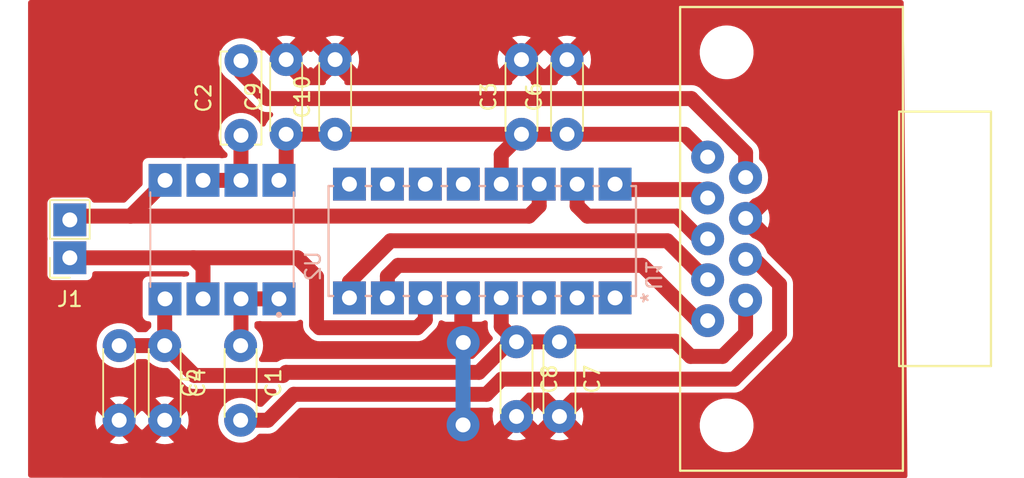
<source format=kicad_pcb>
(kicad_pcb (version 20221018) (generator pcbnew)
  (layers (0 "F.Cu" signal) (31 "B.Cu" signal) (35 "F.Paste" user) (37 "F.SilkS" user "F.Silkscreen") (39 "F.Mask" user) (44 "Edge.Cuts" user))
  (net 0 "")
  (net 1 "/DigiSelect1")
  (net 2 "GND")
  (net 4 "/DigiSelect2")
  (net 5 "/+12V")
  (net 6 "/-12V")
  (net 7 "/CURR_CH1")
  (net 8 "/CURR_CH2")
  (net 9 "/ADC_CH1")
  (net 10 "/ADC_CH2")
  (net 11 "/CH1")
  (net 12 "/CH2")
  (net 13 "/CH1_Feedback")
  (net 14 "/CH2_Feedback")
  (footprint "Connector_PinSocket_2.54mm:PinSocket_1x02_P2.54mm_Vertical" (layer "F.Cu") (at 2.794 17.272 180)
    (fp_text reference "J1" (at 0 -2.77) (layer "F.SilkS"))
    (fp_text value "Conn_01x02")
    (fp_line (start -1.33 1.27) (end -1.33 3.87) (stroke (width 0.12)) (layer "F.SilkS"))
    (fp_line (start -1.33 1.27) (end 1.33 1.27) (stroke (width 0.12)) (layer "F.SilkS"))
    (fp_line (start -1.33 3.87) (end 1.33 3.87) (stroke (width 0.12)) (layer "F.SilkS"))
    (fp_line (start 0 -1.33) (end 1.33 -1.33) (stroke (width 0.12)) (layer "F.SilkS"))
    (fp_line (start 1.33 -1.33) (end 1.33 0) (stroke (width 0.12)) (layer "F.SilkS"))
    (fp_line (start 1.33 1.27) (end 1.33 3.87) (stroke (width 0.12)) (layer "F.SilkS"))
    (pad "1" thru_hole rect (at 0 0 180) (size 2.2 2.2) (drill 1) (layers "*.Cu" "*.Mask") (net 12 "/CH2"))
    (pad "2" thru_hole rect (at 0 2.54 180) (size 2.2 2.2) (drill 1) (layers "*.Cu" "*.Mask") (net 11 "/CH1"))
  )
  (footprint "Capacitor_THT:C_Disc_D4.3mm_W1.9mm_P5.00mm" (layer "F.Cu") (at 20.5486 8.9916 90)
    (fp_text reference "C10" (at 2.5 -2.2 90) (layer "F.SilkS"))
    (fp_text value "C")
    (fp_line (start 0.23 -1.07) (end 0.23 -1.055) (stroke (width 0.12)) (layer "F.SilkS"))
    (fp_line (start 0.23 -1.07) (end 4.77 -1.07) (stroke (width 0.12)) (layer "F.SilkS"))
    (fp_line (start 0.23 1.055) (end 0.23 1.07) (stroke (width 0.12)) (layer "F.SilkS"))
    (fp_line (start 0.23 1.07) (end 4.77 1.07) (stroke (width 0.12)) (layer "F.SilkS"))
    (fp_line (start 4.77 -1.07) (end 4.77 -1.055) (stroke (width 0.12)) (layer "F.SilkS"))
    (fp_line (start 4.77 1.055) (end 4.77 1.07) (stroke (width 0.12)) (layer "F.SilkS"))
    (pad "1" thru_hole circle (at 0 0 90) (size 2.2 2.2) (drill 1) (layers "*.Cu" "*.Mask") (net 5 "/+12V"))
    (pad "2" thru_hole circle (at 5 0 90) (size 2.2 2.2) (drill 1) (layers "*.Cu" "*.Mask") (net 2 "GND"))
  )
  (footprint "Capacitor_THT:C_Disc_D4.3mm_W1.9mm_P5.00mm" (layer "F.Cu") (at 6.096 23.154 -90)
    (fp_text reference "C5" (at 2.5 -4.716 -90) (layer "F.SilkS"))
    (fp_text value "C_Polarized")
    (fp_line (start 0.23 -1.07) (end 0.23 -1.055) (stroke (width 0.12)) (layer "F.SilkS"))
    (fp_line (start 0.23 -1.07) (end 4.77 -1.07) (stroke (width 0.12)) (layer "F.SilkS"))
    (fp_line (start 0.23 1.055) (end 0.23 1.07) (stroke (width 0.12)) (layer "F.SilkS"))
    (fp_line (start 0.23 1.07) (end 4.77 1.07) (stroke (width 0.12)) (layer "F.SilkS"))
    (fp_line (start 4.77 -1.07) (end 4.77 -1.055) (stroke (width 0.12)) (layer "F.SilkS"))
    (fp_line (start 4.77 1.055) (end 4.77 1.07) (stroke (width 0.12)) (layer "F.SilkS"))
    (pad "1" thru_hole circle (at 0 0 270) (size 2.2 2.2) (drill 1) (layers "*.Cu" "*.Mask") (net 6 "/-12V"))
    (pad "2" thru_hole circle (at 5 0 270) (size 2.2 2.2) (drill 1) (layers "*.Cu" "*.Mask") (net 2 "GND"))
  )
  (footprint "Capacitor_THT:C_Disc_D4.3mm_W1.9mm_P5.00mm" (layer "F.Cu") (at 17.272 8.9916 90)
    (fp_text reference "C9" (at 2.5 -2.2 90) (layer "F.SilkS"))
    (fp_text value "C_Polarized")
    (fp_line (start 0.23 -1.07) (end 0.23 -1.055) (stroke (width 0.12)) (layer "F.SilkS"))
    (fp_line (start 0.23 -1.07) (end 4.77 -1.07) (stroke (width 0.12)) (layer "F.SilkS"))
    (fp_line (start 0.23 1.055) (end 0.23 1.07) (stroke (width 0.12)) (layer "F.SilkS"))
    (fp_line (start 0.23 1.07) (end 4.77 1.07) (stroke (width 0.12)) (layer "F.SilkS"))
    (fp_line (start 4.77 -1.07) (end 4.77 -1.055) (stroke (width 0.12)) (layer "F.SilkS"))
    (fp_line (start 4.77 1.055) (end 4.77 1.07) (stroke (width 0.12)) (layer "F.SilkS"))
    (pad "1" thru_hole circle (at 0 0 90) (size 2.2 2.2) (drill 1) (layers "*.Cu" "*.Mask") (net 5 "/+12V"))
    (pad "2" thru_hole circle (at 5 0 90) (size 2.2 2.2) (drill 1) (layers "*.Cu" "*.Mask") (net 2 "GND"))
  )
  (footprint "Capacitor_THT:C_Disc_D4.3mm_W1.9mm_P5.00mm" (layer "F.Cu") (at 35.56 22.9 -90)
    (fp_text reference "C7" (at 2.5 -2.2 90) (layer "F.SilkS"))
    (fp_text value "C_Polarized" hide)
    (fp_line (start 0.23 -1.07) (end 0.23 -1.055) (stroke (width 0.12)) (layer "F.SilkS"))
    (fp_line (start 0.23 -1.07) (end 4.77 -1.07) (stroke (width 0.12)) (layer "F.SilkS"))
    (fp_line (start 0.23 1.055) (end 0.23 1.07) (stroke (width 0.12)) (layer "F.SilkS"))
    (fp_line (start 0.23 1.07) (end 4.77 1.07) (stroke (width 0.12)) (layer "F.SilkS"))
    (fp_line (start 4.77 -1.07) (end 4.77 -1.055) (stroke (width 0.12)) (layer "F.SilkS"))
    (fp_line (start 4.77 1.055) (end 4.77 1.07) (stroke (width 0.12)) (layer "F.SilkS"))
    (pad "1" thru_hole circle (at 0 0 270) (size 2.2 2.2) (drill 1) (layers "*.Cu" "*.Mask") (net 6 "/-12V"))
    (pad "2" thru_hole circle (at 5 0 270) (size 2.2 2.2) (drill 1) (layers "*.Cu" "*.Mask") (net 2 "GND"))
  )
  (footprint "Capacitor_THT:C_Disc_D4.3mm_W1.9mm_P5.00mm" (layer "F.Cu") (at 14.224 23.154 -90)
    (fp_text reference "C1" (at 2.5 -2.2 90) (layer "F.SilkS"))
    (fp_text value "C")
    (fp_line (start 0.23 -1.07) (end 0.23 -1.055) (stroke (width 0.12)) (layer "F.SilkS"))
    (fp_line (start 0.23 -1.07) (end 4.77 -1.07) (stroke (width 0.12)) (layer "F.SilkS"))
    (fp_line (start 0.23 1.055) (end 0.23 1.07) (stroke (width 0.12)) (layer "F.SilkS"))
    (fp_line (start 0.23 1.07) (end 4.77 1.07) (stroke (width 0.12)) (layer "F.SilkS"))
    (fp_line (start 4.77 -1.07) (end 4.77 -1.055) (stroke (width 0.12)) (layer "F.SilkS"))
    (fp_line (start 4.77 1.055) (end 4.77 1.07) (stroke (width 0.12)) (layer "F.SilkS"))
    (pad "1" thru_hole circle (at 0 0 270) (size 2.2 2.2) (drill 1) (layers "*.Cu" "*.Mask") (net 14 "/CH2_Feedback"))
    (pad "2" thru_hole circle (at 5 0 270) (size 2.2 2.2) (drill 1) (layers "*.Cu" "*.Mask") (net 10 "/ADC_CH2"))
  )
  (footprint "Capacitor_THT:C_Disc_D4.3mm_W1.9mm_P5.00mm" (layer "F.Cu") (at 9.144 23.154 -90)
    (fp_text reference "C4" (at 2.5 -2.2 90) (layer "F.SilkS"))
    (fp_text value "C")
    (fp_line (start 0.23 -1.07) (end 0.23 -1.055) (stroke (width 0.12)) (layer "F.SilkS"))
    (fp_line (start 0.23 -1.07) (end 4.77 -1.07) (stroke (width 0.12)) (layer "F.SilkS"))
    (fp_line (start 0.23 1.055) (end 0.23 1.07) (stroke (width 0.12)) (layer "F.SilkS"))
    (fp_line (start 0.23 1.07) (end 4.77 1.07) (stroke (width 0.12)) (layer "F.SilkS"))
    (fp_line (start 4.77 -1.07) (end 4.77 -1.055) (stroke (width 0.12)) (layer "F.SilkS"))
    (fp_line (start 4.77 1.055) (end 4.77 1.07) (stroke (width 0.12)) (layer "F.SilkS"))
    (pad "1" thru_hole circle (at 0 0 270) (size 2.2 2.2) (drill 1) (layers "*.Cu" "*.Mask") (net 6 "/-12V"))
    (pad "2" thru_hole circle (at 5 0 270) (size 2.2 2.2) (drill 1) (layers "*.Cu" "*.Mask") (net 2 "GND"))
  )
  (footprint "Capacitor_THT:C_Disc_D6.0mm_W2.5mm_P5.00mm" (layer "F.Cu") (at 14.2494 9.0678 90)
    (fp_text reference "C2" (at 2.5 -2.5 90) (layer "F.SilkS"))
    (fp_text value "C")
    (fp_line (start -0.62 -1.37) (end -0.62 -0.925) (stroke (width 0.12)) (layer "F.SilkS"))
    (fp_line (start -0.62 -1.37) (end 5.62 -1.37) (stroke (width 0.12)) (layer "F.SilkS"))
    (fp_line (start -0.62 0.925) (end -0.62 1.37) (stroke (width 0.12)) (layer "F.SilkS"))
    (fp_line (start -0.62 1.37) (end 5.62 1.37) (stroke (width 0.12)) (layer "F.SilkS"))
    (fp_line (start 5.62 -1.37) (end 5.62 -0.925) (stroke (width 0.12)) (layer "F.SilkS"))
    (fp_line (start 5.62 0.925) (end 5.62 1.37) (stroke (width 0.12)) (layer "F.SilkS"))
    (pad "1" thru_hole circle (at 0 0 90) (size 2.2 2.2) (drill 1) (layers "*.Cu" "*.Mask") (net 13 "/CH1_Feedback"))
    (pad "2" thru_hole circle (at 5 0 90) (size 2.2 2.2) (drill 1) (layers "*.Cu" "*.Mask") (net 9 "/ADC_CH1"))
  )
  (footprint "Capacitor_THT:C_Disc_D4.3mm_W1.9mm_P5.00mm" (layer "F.Cu") (at 33.02 8.994 90)
    (fp_text reference "C3" (at 2.5 -2.2 90) (layer "F.SilkS"))
    (fp_text value "C")
    (fp_line (start 0.23 -1.07) (end 0.23 -1.055) (stroke (width 0.12)) (layer "F.SilkS"))
    (fp_line (start 0.23 -1.07) (end 4.77 -1.07) (stroke (width 0.12)) (layer "F.SilkS"))
    (fp_line (start 0.23 1.055) (end 0.23 1.07) (stroke (width 0.12)) (layer "F.SilkS"))
    (fp_line (start 0.23 1.07) (end 4.77 1.07) (stroke (width 0.12)) (layer "F.SilkS"))
    (fp_line (start 4.77 -1.07) (end 4.77 -1.055) (stroke (width 0.12)) (layer "F.SilkS"))
    (fp_line (start 4.77 1.055) (end 4.77 1.07) (stroke (width 0.12)) (layer "F.SilkS"))
    (pad "1" thru_hole circle (at 0 0 90) (size 2.2 2.2) (drill 1) (layers "*.Cu" "*.Mask") (net 5 "/+12V"))
    (pad "2" thru_hole circle (at 5 0 90) (size 2.2 2.2) (drill 1) (layers "*.Cu" "*.Mask") (net 2 "GND"))
  )
  (footprint "Capacitor_THT:C_Disc_D4.3mm_W1.9mm_P5.00mm" (layer "F.Cu") (at 36.068 8.994 90)
    (fp_text reference "C6" (at 2.5 -2.2 90) (layer "F.SilkS"))
    (fp_text value "C_Polarized")
    (fp_line (start 0.23 -1.07) (end 0.23 -1.055) (stroke (width 0.12)) (layer "F.SilkS"))
    (fp_line (start 0.23 -1.07) (end 4.77 -1.07) (stroke (width 0.12)) (layer "F.SilkS"))
    (fp_line (start 0.23 1.055) (end 0.23 1.07) (stroke (width 0.12)) (layer "F.SilkS"))
    (fp_line (start 0.23 1.07) (end 4.77 1.07) (stroke (width 0.12)) (layer "F.SilkS"))
    (fp_line (start 4.77 -1.07) (end 4.77 -1.055) (stroke (width 0.12)) (layer "F.SilkS"))
    (fp_line (start 4.77 1.055) (end 4.77 1.07) (stroke (width 0.12)) (layer "F.SilkS"))
    (pad "1" thru_hole circle (at 0 0 90) (size 2.2 2.2) (drill 1) (layers "*.Cu" "*.Mask") (net 5 "/+12V"))
    (pad "2" thru_hole circle (at 5 0 90) (size 2.2 2.2) (drill 1) (layers "*.Cu" "*.Mask") (net 2 "GND"))
  )
  (footprint "DB-9_Female:DB-9_Female" (layer "F.Cu") (at 58.42 16.002 -90)
    (fp_text reference "J2" hide)
    (fp_text value "DB-9_Female")
    (fp_line (start -15.5321 -0.127) (end -15.5321 14.7828) (stroke (width 0.1524)) (layer "F.SilkS"))
    (fp_line (start -15.5321 14.7828) (end 15.5321 14.7828) (stroke (width 0.1524)) (layer "F.SilkS"))
    (fp_line (start -8.5217 -6.0198) (end -8.5217 0.127) (stroke (width 0.1524)) (layer "F.SilkS"))
    (fp_line (start -8.5217 0.127) (end 8.5217 0.127) (stroke (width 0.1524)) (layer "F.SilkS"))
    (fp_line (start 8.5217 -6.0198) (end -8.5217 -6.0198) (stroke (width 0.1524)) (layer "F.SilkS"))
    (fp_line (start 8.5217 0.127) (end 8.5217 -6.0198) (stroke (width 0.1524)) (layer "F.SilkS"))
    (fp_line (start 15.5321 -0.127) (end -15.5321 -0.127) (stroke (width 0.1524)) (layer "F.SilkS"))
    (fp_line (start 15.5321 14.7828) (end 15.5321 -0.127) (stroke (width 0.1524)) (layer "F.SilkS"))
    (pad "" np_thru_hole circle (at -12.495 11.669999 270) (size 3.0988 3.0988) (drill 3.0988) (layers "*.Cu" "*.Mask"))
    (pad "" np_thru_hole circle (at 12.495 11.669999 270) (size 3.0988 3.0988) (drill 3.0988) (layers "*.Cu" "*.Mask"))
    (pad "1" thru_hole circle (at 5.479999 12.94 270) (size 2.2 2.2) (drill 1) (layers "*.Cu" "*.Mask") (net 8 "/CURR_CH2"))
    (pad "2" thru_hole circle (at 2.74 12.94 270) (size 2.2 2.2) (drill 1) (layers "*.Cu" "*.Mask") (net 4 "/DigiSelect2"))
    (pad "3" thru_hole circle (at 0 12.94 270) (size 2.2 2.2) (drill 1) (layers "*.Cu" "*.Mask") (net 7 "/CURR_CH1"))
    (pad "4" thru_hole circle (at -2.74 12.94 270) (size 2.2 2.2) (drill 1) (layers "*.Cu" "*.Mask") (net 1 "/DigiSelect1"))
    (pad "5" thru_hole circle (at -5.479999 12.94 270) (size 2.2 2.2) (drill 1) (layers "*.Cu" "*.Mask") (net 5 "/+12V"))
    (pad "6" thru_hole circle (at 4.109999 10.4 270) (size 2.2 2.2) (drill 1) (layers "*.Cu" "*.Mask") (net 6 "/-12V"))
    (pad "7" thru_hole circle (at 1.37 10.4 270) (size 2.2 2.2) (drill 1) (layers "*.Cu" "*.Mask") (net 10 "/ADC_CH2"))
    (pad "8" thru_hole circle (at -1.37 10.4 270) (size 2.2 2.2) (drill 1) (layers "*.Cu" "*.Mask") (net 2 "GND"))
    (pad "9" thru_hole circle (at -4.109999 10.4 270) (size 2.2 2.2) (drill 1) (layers "*.Cu" "*.Mask") (net 9 "/ADC_CH1"))
  )
  (footprint "Capacitor_THT:C_Disc_D4.3mm_W1.9mm_P5.00mm" (layer "F.Cu") (at 32.68775 22.9 -90)
    (fp_text reference "C8" (at 2.5 -2.2 90) (layer "F.SilkS"))
    (fp_text value "C")
    (fp_line (start 0.23 -1.07) (end 0.23 -1.055) (stroke (width 0.12)) (layer "F.SilkS"))
    (fp_line (start 0.23 -1.07) (end 4.77 -1.07) (stroke (width 0.12)) (layer "F.SilkS"))
    (fp_line (start 0.23 1.055) (end 0.23 1.07) (stroke (width 0.12)) (layer "F.SilkS"))
    (fp_line (start 0.23 1.07) (end 4.77 1.07) (stroke (width 0.12)) (layer "F.SilkS"))
    (fp_line (start 4.77 -1.07) (end 4.77 -1.055) (stroke (width 0.12)) (layer "F.SilkS"))
    (fp_line (start 4.77 1.055) (end 4.77 1.07) (stroke (width 0.12)) (layer "F.SilkS"))
    (pad "1" thru_hole circle (at 0 0 270) (size 2.2 2.2) (drill 1) (layers "*.Cu" "*.Mask") (net 6 "/-12V"))
    (pad "2" thru_hole circle (at 5 0 270) (size 2.2 2.2) (drill 1) (layers "*.Cu" "*.Mask") (net 2 "GND"))
  )
  (footprint "ADG442:N_16_ADI" (layer "B.Cu") (at 39.286 19.956 90)
    (fp_text reference "U1" (at 1.524 2.54 -90 unlocked) (layer "B.SilkS") (effects (justify mirror)))
    (fp_text value "ADG442BNZ")
    (fp_text user "*" (at 0 2.286 90) (layer "B.SilkS") (effects (justify mirror)))
    (fp_line (start 0.127 -19.177) (end 7.493 -19.177) (stroke (width 0.1524)) (layer "B.SilkS"))
    (fp_line (start 0.127 -18.867348) (end 0.127 -19.177) (stroke (width 0.1524)) (layer "B.SilkS"))
    (fp_line (start 0.127 -16.327348) (end 0.127 -16.692652) (stroke (width 0.1524)) (layer "B.SilkS"))
    (fp_line (start 0.127 -13.787348) (end 0.127 -14.152652) (stroke (width 0.1524)) (layer "B.SilkS"))
    (fp_line (start 0.127 -11.247348) (end 0.127 -11.612652) (stroke (width 0.1524)) (layer "B.SilkS"))
    (fp_line (start 0.127 -8.707348) (end 0.127 -9.072652) (stroke (width 0.1524)) (layer "B.SilkS"))
    (fp_line (start 0.127 -6.167348) (end 0.127 -6.532652) (stroke (width 0.1524)) (layer "B.SilkS"))
    (fp_line (start 0.127 -3.627348) (end 0.127 -3.992652) (stroke (width 0.1524)) (layer "B.SilkS"))
    (fp_line (start 0.127 -1.09474) (end 0.127 -1.452652) (stroke (width 0.1524)) (layer "B.SilkS"))
    (fp_line (start 0.127 1.397) (end 0.127 1.09474) (stroke (width 0.1524)) (layer "B.SilkS"))
    (fp_line (start 7.493 -19.177) (end 7.493 -18.867348) (stroke (width 0.1524)) (layer "B.SilkS"))
    (fp_line (start 7.493 -16.692652) (end 7.493 -16.327348) (stroke (width 0.1524)) (layer "B.SilkS"))
    (fp_line (start 7.493 -14.152652) (end 7.493 -13.787348) (stroke (width 0.1524)) (layer "B.SilkS"))
    (fp_line (start 7.493 -11.612652) (end 7.493 -11.247348) (stroke (width 0.1524)) (layer "B.SilkS"))
    (fp_line (start 7.493 -9.072652) (end 7.493 -8.707348) (stroke (width 0.1524)) (layer "B.SilkS"))
    (fp_line (start 7.493 -6.532652) (end 7.493 -6.167348) (stroke (width 0.1524)) (layer "B.SilkS"))
    (fp_line (start 7.493 -3.992652) (end 7.493 -3.627348) (stroke (width 0.1524)) (layer "B.SilkS"))
    (fp_line (start 7.493 -1.452652) (end 7.493 -1.087348) (stroke (width 0.1524)) (layer "B.SilkS"))
    (fp_line (start 7.493 1.087348) (end 7.493 1.397) (stroke (width 0.1524)) (layer "B.SilkS"))
    (fp_line (start 7.493 1.397) (end 0.127 1.397) (stroke (width 0.1524)) (layer "B.SilkS"))
    (pad "1" thru_hole rect (at 0 0 90) (size 2.2 2.2) (drill 1) (layers "*.Cu" "*.Mask"))
    (pad "2" thru_hole rect (at 0 -2.54 90) (size 2.2 2.2) (drill 1) (layers "*.Cu" "*.Mask"))
    (pad "3" thru_hole rect (at 0 -5.08 90) (size 2.2 2.2) (drill 1) (layers "*.Cu" "*.Mask"))
    (pad "4" thru_hole rect (at 0 -7.62 90) (size 2.2 2.2) (drill 1) (layers "*.Cu" "*.Mask") (net 6 "/-12V"))
    (pad "5" thru_hole rect (at 0 -10.16 90) (size 2.2 2.2) (drill 1) (layers "*.Cu" "*.Mask") (net 2 "GND"))
    (pad "6" thru_hole rect (at 0 -12.7 90) (size 2.2 2.2) (drill 1) (layers "*.Cu" "*.Mask") (net 12 "/CH2"))
    (pad "7" thru_hole rect (at 0 -15.24 90) (size 2.2 2.2) (drill 1) (layers "*.Cu" "*.Mask") (net 8 "/CURR_CH2"))
    (pad "8" thru_hole rect (at 0 -17.78 90) (size 2.2 2.2) (drill 1) (layers "*.Cu" "*.Mask") (net 4 "/DigiSelect2"))
    (pad "9" thru_hole rect (at 7.62 -17.78 90) (size 2.2 2.2) (drill 1) (layers "*.Cu" "*.Mask"))
    (pad "10" thru_hole rect (at 7.62 -15.24 90) (size 2.2 2.2) (drill 1) (layers "*.Cu" "*.Mask"))
    (pad "11" thru_hole rect (at 7.62 -12.7 90) (size 2.2 2.2) (drill 1) (layers "*.Cu" "*.Mask"))
    (pad "12" thru_hole rect (at 7.62 -10.16 90) (size 2.2 2.2) (drill 1) (layers "*.Cu" "*.Mask"))
    (pad "13" thru_hole rect (at 7.62 -7.62 90) (size 2.2 2.2) (drill 1) (layers "*.Cu" "*.Mask") (net 5 "/+12V"))
    (pad "14" thru_hole rect (at 7.62 -5.08 90) (size 2.2 2.2) (drill 1) (layers "*.Cu" "*.Mask") (net 11 "/CH1"))
    (pad "15" thru_hole rect (at 7.62 -2.54 90) (size 2.2 2.2) (drill 1) (layers "*.Cu" "*.Mask") (net 7 "/CURR_CH1"))
    (pad "16" thru_hole rect (at 7.62 0 90) (size 2.2 2.2) (drill 1) (layers "*.Cu" "*.Mask") (net 1 "/DigiSelect1"))
  )
  (footprint "LF412:LF412CN" (layer "B.Cu") (at 12.978 16.052 90)
    (fp_text reference "U2" (at -1.778 6.096 90) (layer "B.SilkS") (effects (justify mirror)))
    (fp_text value "LF412CN")
    (fp_line (start -3.175 -4.795) (end 3.175 -4.795) (stroke (width 0.127)) (layer "B.SilkS"))
    (fp_line (start -3.175 4.795) (end 3.175 4.795) (stroke (width 0.127)) (layer "B.SilkS"))
    (fp_circle (center -5.035 3.81) (end -4.935 3.81) (stroke (width 0.2)) (fill none) (layer "B.SilkS"))
    (pad "1" thru_hole rect (at -3.97 3.81 90) (size 2.2 2.2) (drill 1) (layers "*.Cu" "*.Mask") (net 14 "/CH2_Feedback"))
    (pad "2" thru_hole rect (at -3.97 1.27 90) (size 2.2 2.2) (drill 1) (layers "*.Cu" "*.Mask") (net 14 "/CH2_Feedback"))
    (pad "3" thru_hole rect (at -3.97 -1.27 90) (size 2.2 2.2) (drill 1) (layers "*.Cu" "*.Mask") (net 12 "/CH2"))
    (pad "4" thru_hole rect (at -3.97 -3.81 90) (size 2.2 2.2) (drill 1) (layers "*.Cu" "*.Mask") (net 6 "/-12V"))
    (pad "5" thru_hole rect (at 3.97 -3.81 90) (size 2.2 2.2) (drill 1) (layers "*.Cu" "*.Mask") (net 11 "/CH1"))
    (pad "6" thru_hole rect (at 3.97 -1.27 90) (size 2.2 2.2) (drill 1) (layers "*.Cu" "*.Mask") (net 13 "/CH1_Feedback"))
    (pad "7" thru_hole rect (at 3.97 1.27 90) (size 2.2 2.2) (drill 1) (layers "*.Cu" "*.Mask") (net 13 "/CH1_Feedback"))
    (pad "8" thru_hole rect (at 3.97 3.81 90) (size 2.2 2.2) (drill 1) (layers "*.Cu" "*.Mask") (net 5 "/+12V"))
  )
  (segment (start 44.918 12.7) (end 39.65 12.7) (width 1) (layer "F.Cu") (net 1))
  (segment (start 39.65 12.7) (end 39.286 12.336) (width 1) (layer "F.Cu") (net 1))
  (segment (start 45.48 13.262) (end 44.918 12.7) (width 1) (layer "F.Cu") (net 1))
  (segment (start 29.126 22.94605) (end 29.126 19.956) (width 1) (layer "F.Cu") (net 2))
  (via (at 29.11045 28.4668) (size 2.2) (drill 1) (layers "F.Cu" "B.Cu") (net 2))
  (via (at 29.126 22.94605) (size 2.2) (drill 1) (layers "F.Cu" "B.Cu") (net 2))
  (segment (start 29.11045 28.4668) (end 29.11045 22.9616) (width 1) (layer "B.Cu") (net 2))
  (segment (start 45.391572 18.742) (end 42.781572 16.132) (width 1) (layer "F.Cu") (net 4))
  (segment (start 21.506 18.88) (end 21.506 19.956) (width 1) (layer "F.Cu") (net 4))
  (segment (start 24.254 16.132) (end 21.506 18.88) (width 1) (layer "F.Cu") (net 4))
  (segment (start 45.48 18.742) (end 45.391572 18.742) (width 1) (layer "F.Cu") (net 4))
  (segment (start 42.781572 16.132) (end 24.254 16.132) (width 1) (layer "F.Cu") (net 4))
  (segment (start 43.951999 8.994) (end 35.814 8.994) (width 1) (layer "F.Cu") (net 5))
  (segment (start 33.02 8.994) (end 20.551 8.994) (width 1) (layer "F.Cu") (net 5))
  (segment (start 17.272 8.9916) (end 17.272 11.598) (width 1) (layer "F.Cu") (net 5))
  (segment (start 20.551 8.994) (end 20.5486 8.9916) (width 1) (layer "F.Cu") (net 5))
  (segment (start 31.666 10.348) (end 31.666 12.336) (width 1) (layer "F.Cu") (net 5))
  (segment (start 17.272 8.9916) (end 20.5486 8.9916) (width 1) (layer "F.Cu") (net 5))
  (segment (start 17.272 11.598) (end 16.788 12.082) (width 1) (layer "F.Cu") (net 5))
  (segment (start 33.02 8.994) (end 31.666 10.348) (width 1) (layer "F.Cu") (net 5))
  (segment (start 45.48 10.522001) (end 43.951999 8.994) (width 1) (layer "F.Cu") (net 5))
  (segment (start 35.814 8.994) (end 33.02 8.994) (width 1) (layer "F.Cu") (net 5))
  (segment (start 48.02 20.111999) (end 48.02 22.338) (width 1) (layer "F.Cu") (net 6))
  (segment (start 48.02 22.338) (end 46.482 23.876) (width 1) (layer "F.Cu") (net 6))
  (segment (start 35.6 22.86) (end 35.56 22.9) (width 1) (layer "F.Cu") (net 6))
  (segment (start 31.666 21.87825) (end 31.666 19.956) (width 1) (layer "F.Cu") (net 6))
  (segment (start 44.336001 23.876) (end 43.320001 22.86) (width 1) (layer "F.Cu") (net 6))
  (segment (start 30.17195 24.94605) (end 32.218 22.9) (width 1) (layer "F.Cu") (net 6))
  (segment (start 9.144 23.154) (end 9.144 20.046) (width 1) (layer "F.Cu") (net 6))
  (segment (start 9.144 20.046) (end 9.168 20.022) (width 1) (layer "F.Cu") (net 6))
  (segment (start 43.320001 22.86) (end 35.6 22.86) (width 1) (layer "F.Cu") (net 6))
  (segment (start 9.144 23.154) (end 11.144 25.154) (width 1) (layer "F.Cu") (net 6))
  (segment (start 6.096 23.154) (end 9.144 23.154) (width 1) (layer "F.Cu") (net 6))
  (segment (start 32.68775 22.9) (end 35.56 22.9) (width 1) (layer "F.Cu") (net 6))
  (segment (start 11.144 25.154) (end 17.062101 25.154) (width 1) (layer "F.Cu") (net 6))
  (segment (start 32.218 22.9) (end 32.68775 22.9) (width 1) (layer "F.Cu") (net 6))
  (segment (start 46.482 23.876) (end 44.336001 23.876) (width 1) (layer "F.Cu") (net 6))
  (segment (start 32.68775 22.9) (end 31.666 21.87825) (width 1) (layer "F.Cu") (net 6))
  (segment (start 17.062101 25.154) (end 17.270051 24.94605) (width 1) (layer "F.Cu") (net 6))
  (segment (start 17.270051 24.94605) (end 30.17195 24.94605) (width 1) (layer "F.Cu") (net 6))
  (segment (start 36.746 13.796) (end 36.746 12.336) (width 1) (layer "F.Cu") (net 7))
  (segment (start 44.958 16.002) (end 43.434 14.478) (width 1) (layer "F.Cu") (net 7))
  (segment (start 43.434 14.478) (end 37.428 14.478) (width 1) (layer "F.Cu") (net 7))
  (segment (start 45.48 16.002) (end 44.958 16.002) (width 1) (layer "F.Cu") (net 7))
  (segment (start 37.428 14.478) (end 36.746 13.796) (width 1) (layer "F.Cu") (net 7))
  (segment (start 24.046 18.496) (end 24.046 19.956) (width 1) (layer "F.Cu") (net 8))
  (segment (start 45.48 21.481999) (end 44.811999 21.481999) (width 1) (layer "F.Cu") (net 8))
  (segment (start 24.762 17.78) (end 24.046 18.496) (width 1) (layer "F.Cu") (net 8))
  (segment (start 44.811999 21.481999) (end 41.11 17.78) (width 1) (layer "F.Cu") (net 8))
  (segment (start 41.11 17.78) (end 24.762 17.78) (width 1) (layer "F.Cu") (net 8))
  (segment (start 48.02 11.892001) (end 48.02 10.233573) (width 1) (layer "F.Cu") (net 9))
  (segment (start 48.02 10.233573) (end 44.390427 6.604) (width 1) (layer "F.Cu") (net 9))
  (segment (start 14.2494 4.8514) (end 14.2494 4.0678) (width 1) (layer "F.Cu") (net 9))
  (segment (start 44.390427 6.604) (end 16.002 6.604) (width 1) (layer "F.Cu") (net 9))
  (segment (start 16.002 6.604) (end 14.2494 4.8514) (width 1) (layer "F.Cu") (net 9))
  (segment (start 16.042 28.154) (end 14.224 28.154) (width 1) (layer "F.Cu") (net 10))
  (segment (start 48.614 17.372) (end 50.292 19.05) (width 1) (layer "F.Cu") (net 10))
  (segment (start 48.02 17.372) (end 48.614 17.372) (width 1) (layer "F.Cu") (net 10))
  (segment (start 50.292 22.352) (end 47.244 25.4) (width 1) (layer "F.Cu") (net 10))
  (segment (start 30.681899 26.416) (end 17.78 26.416) (width 1) (layer "F.Cu") (net 10))
  (segment (start 50.292 19.05) (end 50.292 22.352) (width 1) (layer "F.Cu") (net 10))
  (segment (start 47.244 25.4) (end 31.697899 25.4) (width 1) (layer "F.Cu") (net 10))
  (segment (start 17.78 26.416) (end 16.042 28.154) (width 1) (layer "F.Cu") (net 10))
  (segment (start 31.697899 25.4) (end 30.681899 26.416) (width 1) (layer "F.Cu") (net 10))
  (segment (start 9.168 12.082) (end 9.168 12.168) (width 1) (layer "F.Cu") (net 11))
  (segment (start 9.168 12.168) (end 6.858 14.478) (width 1) (layer "F.Cu") (net 11))
  (segment (start 33.524 14.478) (end 6.858 14.478) (width 1) (layer "F.Cu") (net 11))
  (segment (start 2.794 14.732) (end 3.048 14.478) (width 1) (layer "F.Cu") (net 11))
  (segment (start 3.048 14.478) (end 6.858 14.478) (width 1) (layer "F.Cu") (net 11))
  (segment (start 34.206 13.796) (end 33.524 14.478) (width 1) (layer "F.Cu") (net 11))
  (segment (start 34.206 12.336) (end 34.206 13.796) (width 1) (layer "F.Cu") (net 11))
  (segment (start 19.304 18.538) (end 19.304 21.754) (width 1) (layer "F.Cu") (net 12))
  (segment (start 19.304 21.754) (end 19.506 21.956) (width 1) (layer "F.Cu") (net 12))
  (segment (start 18.038 17.272) (end 19.304 18.538) (width 1) (layer "F.Cu") (net 12))
  (segment (start 26.586 21.416) (end 26.586 19.956) (width 1) (layer "F.Cu") (net 12))
  (segment (start 26.046 21.956) (end 26.586 21.416) (width 1) (layer "F.Cu") (net 12))
  (segment (start 11.058 17.272) (end 11.708 17.922) (width 1) (layer "F.Cu") (net 12))
  (segment (start 19.506 21.956) (end 26.046 21.956) (width 1) (layer "F.Cu") (net 12))
  (segment (start 11.058 17.272) (end 18.038 17.272) (width 1) (layer "F.Cu") (net 12))
  (segment (start 11.708 17.922) (end 11.708 20.022) (width 1) (layer "F.Cu") (net 12))
  (segment (start 2.794 17.272) (end 11.058 17.272) (width 1) (layer "F.Cu") (net 12))
  (segment (start 14.224 12.058) (end 14.248 12.082) (width 1) (layer "F.Cu") (net 13))
  (segment (start 11.708 12.082) (end 14.248 12.082) (width 1) (layer "F.Cu") (net 13))
  (segment (start 14.248 12.082) (end 14.248 9.0692) (width 1) (layer "F.Cu") (net 13))
  (segment (start 14.248 9.0692) (end 14.2494 9.0678) (width 1) (layer "F.Cu") (net 13))
  (segment (start 14.248 20.022) (end 14.248 23.13) (width 1) (layer "F.Cu") (net 14))
  (segment (start 14.248 20.022) (end 16.788 20.022) (width 1) (layer "F.Cu") (net 14))
  (segment (start 14.248 23.13) (end 14.224 23.154) (width 1) (layer "F.Cu") (net 14))
  (zone (net 2) (net_name "GND") (layer "F.Cu") (connect_pads (clearance 0.4)) (min_thickness 0.35) (fill yes (thermal_gap 0.5) (thermal_bridge_width 1.2))
    (polygon (pts (xy 0 0) (xy 58.598 0) (xy 58.852 32.054) (xy 0 32.004)))
  )
)
</source>
